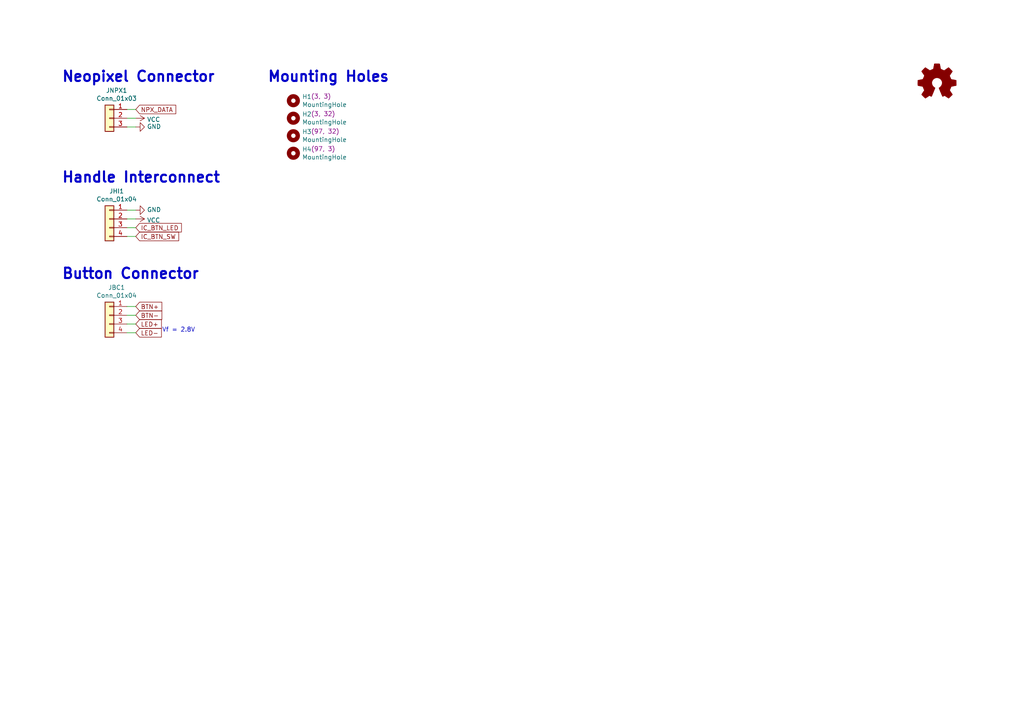
<source format=kicad_sch>
(kicad_sch (version 20230121) (generator eeschema)
  (paper "A4")
  (lib_symbols
    (symbol "Connector_Generic:Conn_01x03" (pin_names (offset 1.016) hide)
      (property "Reference" "J" (at 0 5.08 0))
      (property "Value" "Conn_01x03" (at 0 -5.08 0))
      (symbol "Conn_01x03_1_1"
        (rectangle (start -1.27 -2.413) (end 0 -2.667) (stroke (width 0.1524)))
        (rectangle (start -1.27 0.127) (end 0 -0.127) (stroke (width 0.1524)))
        (rectangle (start -1.27 2.667) (end 0 2.413) (stroke (width 0.1524)))
        (rectangle (start -1.27 3.81) (end 1.27 -3.81) (stroke (width 0.254)) (fill (type background)))
        (pin passive line (at -5.08 2.54 0) (length 3.81) (name "Pin_1") (number "1"))
        (pin passive line (at -5.08 0 0) (length 3.81) (name "Pin_2") (number "2"))
        (pin passive line (at -5.08 -2.54 0) (length 3.81) (name "Pin_3") (number "3"))
      )
    )
    (symbol "Connector_Generic:Conn_01x04" (pin_names (offset 1.016) hide)
      (property "Reference" "J" (at 0 5.08 0))
      (property "Value" "Conn_01x04" (at 0 -7.62 0))
      (symbol "Conn_01x04_1_1"
        (rectangle (start -1.27 -4.953) (end 0 -5.207) (stroke (width 0.1524)))
        (rectangle (start -1.27 -2.413) (end 0 -2.667) (stroke (width 0.1524)))
        (rectangle (start -1.27 0.127) (end 0 -0.127) (stroke (width 0.1524)))
        (rectangle (start -1.27 2.667) (end 0 2.413) (stroke (width 0.1524)))
        (rectangle (start -1.27 3.81) (end 1.27 -6.35) (stroke (width 0.254)) (fill (type background)))
        (pin passive line (at -5.08 2.54 0) (length 3.81) (name "Pin_1") (number "1"))
        (pin passive line (at -5.08 0 0) (length 3.81) (name "Pin_2") (number "2"))
        (pin passive line (at -5.08 -2.54 0) (length 3.81) (name "Pin_3") (number "3"))
        (pin passive line (at -5.08 -5.08 0) (length 3.81) (name "Pin_4") (number "4"))
      )
    )
    (symbol "Graphic:Logo_Open_Hardware_Small" (in_bom no) (on_board no)
      (symbol "Logo_Open_Hardware_Small_0_1"
        (polyline (pts (xy 3.3528 -4.3434) (xy 3.302 -4.318) (xy 3.175 -4.2418) (xy 2.9972 -4.1148) (xy 2.7686 -3.9624) (xy 2.54 -3.81) (xy 2.3622 -3.7084) (xy 2.2352 -3.6068) (xy 2.1844 -3.5814) (xy 2.159 -3.6068) (xy 2.0574 -3.6576) (xy 1.905 -3.7338) (xy 1.8034 -3.7846) (xy 1.6764 -3.8354) (xy 1.6002 -3.8354) (xy 1.6002 -3.8354) (xy 1.5494 -3.7338) (xy 1.4732 -3.5306) (xy 1.3462 -3.302) (xy 1.2446 -3.0226) (xy 1.1176 -2.7178) (xy 0.9652 -2.413) (xy 0.8636 -2.1082) (xy 0.7366 -1.8288) (xy 0.6604 -1.6256) (xy 0.6096 -1.4732) (xy 0.5842 -1.397) (xy 0.5842 -1.397) (xy 0.6604 -1.3208) (xy 0.7874 -1.2446) (xy 1.0414 -1.016) (xy 1.2954 -0.6858) (xy 1.4478 -0.3302) (xy 1.524 0.0762) (xy 1.4732 0.4572) (xy 1.3208 0.8128) (xy 1.0668 1.143) (xy 0.762 1.3716) (xy 0.4064 1.524) (xy 0 1.5748) (xy -0.381 1.5494) (xy -0.7366 1.397) (xy -1.0668 1.143) (xy -1.2192 0.9906) (xy -1.397 0.6604) (xy -1.524 0.3048) (xy -1.524 0.2286) (xy -1.4986 -0.1778) (xy -1.397 -0.5334) (xy -1.1938 -0.8636) (xy -0.9144 -1.143) (xy -0.8636 -1.1684) (xy -0.7366 -1.27) (xy -0.635 -1.3462) (xy -0.5842 -1.397) (xy -1.0668 -2.5908) (xy -1.143 -2.794) (xy -1.2954 -3.1242) (xy -1.397 -3.4036) (xy -1.4986 -3.6322) (xy -1.5748 -3.7846) (xy -1.6002 -3.8354) (xy -1.6002 -3.8354) (xy -1.651 -3.8354) (xy -1.7272 -3.81) (xy -1.905 -3.7338) (xy -2.0066 -3.683) (xy -2.1336 -3.6068) (xy -2.2098 -3.5814) (xy -2.2606 -3.6068) (xy -2.3622 -3.683) (xy -2.54 -3.81) (xy -2.7686 -3.9624) (xy -2.9718 -4.0894) (xy -3.1496 -4.2164) (xy -3.302 -4.318) (xy -3.3528 -4.3434) (xy -3.3782 -4.3434) (xy -3.429 -4.318) (xy -3.5306 -4.2164) (xy -3.7084 -4.064) (xy -3.937 -3.8354) (xy -3.9624 -3.81) (xy -4.1656 -3.6068) (xy -4.318 -3.4544) (xy -4.4196 -3.3274) (xy -4.445 -3.2766) (xy -4.445 -3.2766) (xy -4.4196 -3.2258) (xy -4.318 -3.0734) (xy -4.2164 -2.8956) (xy -4.064 -2.667) (xy -3.6576 -2.0828) (xy -3.8862 -1.5494) (xy -3.937 -1.3716) (xy -4.0386 -1.1684) (xy -4.0894 -1.0414) (xy -4.1148 -0.9652) (xy -4.191 -0.9398) (xy -4.318 -0.9144) (xy -4.5466 -0.8636) (xy -4.8006 -0.8128) (xy -5.0546 -0.7874) (xy -5.2578 -0.7366) (xy -5.4356 -0.7112) (xy -5.5118 -0.6858) (xy -5.5118 -0.6858) (xy -5.5372 -0.635) (xy -5.5372 -0.5588) (xy -5.5372 -0.4318) (xy -5.5626 -0.2286) (xy -5.5626 0.0762) (xy -5.5626 0.127) (xy -5.5372 0.4064) (xy -5.5372 0.635) (xy -5.5372 0.762) (xy -5.5372 0.8382) (xy -5.5372 0.8382) (xy -5.461 0.8382) (xy -5.3086 0.889) (xy -5.08 0.9144) (xy -4.826 0.9652) (xy -4.8006 0.9906) (xy -4.5466 1.0414) (xy -4.318 1.0668) (xy -4.1656 1.1176) (xy -4.0894 1.143) (xy -4.0894 1.143) (xy -4.0386 1.2446) (xy -3.9624 1.4224) (xy -3.8608 1.6256) (xy -3.7846 1.8288) (xy -3.7084 2.0066) (xy -3.6576 2.159) (xy -3.6322 2.2098) (xy -3.6322 2.2098) (xy -3.683 2.286) (xy -3.7592 2.413) (xy -3.8862 2.5908) (xy -4.064 2.8194) (xy -4.064 2.8448) (xy -4.2164 3.0734) (xy -4.3434 3.2512) (xy -4.4196 3.3782) (xy -4.445 3.4544) (xy -4.445 3.4544) (xy -4.3942 3.5052) (xy -4.2926 3.6322) (xy -4.1148 3.81) (xy -3.937 4.0132) (xy -3.8608 4.064) (xy -3.6576 4.2926) (xy -3.5052 4.4196) (xy -3.4036 4.4958) (xy -3.3528 4.5212) (xy -3.3528 4.5212) (xy -3.302 4.4704) (xy -3.1496 4.3688) (xy -2.9718 4.2418) (xy -2.7432 4.0894) (xy -2.7178 4.0894) (xy -2.4892 3.937) (xy -2.3114 3.81) (xy -2.1844 3.7084) (xy -2.1336 3.683) (xy -2.1082 3.683) (xy -2.032 3.7084) (xy -1.8542 3.7592) (xy -1.6764 3.8354) (xy -1.4732 3.937) (xy -1.27 4.0132) (xy -1.143 4.064) (xy -1.0668 4.1148) (xy -1.0668 4.1148) (xy -1.0414 4.191) (xy -1.016 4.3434) (xy -0.9652 4.572) (xy -0.9144 4.8514) (xy -0.889 4.9022) (xy -0.8382 5.1562) (xy -0.8128 5.3848) (xy -0.7874 5.5372) (xy -0.762 5.588) (xy -0.7112 5.6134) (xy -0.5842 5.6134) (xy -0.4064 5.6134) (xy -0.1524 5.6134) (xy 0.0762 5.6134) (xy 0.3302 5.6134) (xy 0.5334 5.6134) (xy 0.6858 5.588) (xy 0.7366 5.588) (xy 0.7366 5.588) (xy 0.762 5.5118) (xy 0.8128 5.334) (xy 0.8382 5.1054) (xy 0.9144 4.826) (xy 0.9144 4.7752) (xy 0.9652 4.5212) (xy 1.016 4.2926) (xy 1.0414 4.1402) (xy 1.0668 4.0894) (xy 1.0668 4.0894) (xy 1.1938 4.0386) (xy 1.3716 3.9624) (xy 1.5748 3.8608) (xy 2.0828 3.6576) (xy 2.7178 4.0894) (xy 2.7686 4.1402) (xy 2.9972 4.2926) (xy 3.175 4.4196) (xy 3.302 4.4958) (xy 3.3782 4.5212) (xy 3.3782 4.5212) (xy 3.429 4.4704) (xy 3.556 4.3434) (xy 3.7338 4.191) (xy 3.9116 3.9878) (xy 4.064 3.8354) (xy 4.2418 3.6576) (xy 4.3434 3.556) (xy 4.4196 3.4798) (xy 4.4196 3.429) (xy 4.4196 3.4036) (xy 4.3942 3.3274) (xy 4.2926 3.2004) (xy 4.1656 2.9972) (xy 4.0132 2.794) (xy 3.8862 2.5908) (xy 3.7592 2.3876) (xy 3.6576 2.2352) (xy 3.6322 2.159) (xy 3.6322 2.1336) (xy 3.683 2.0066) (xy 3.7592 1.8288) (xy 3.8608 1.6002) (xy 4.064 1.1176) (xy 4.3942 1.0414) (xy 4.5974 1.016) (xy 4.8768 0.9652) (xy 5.1308 0.9144) (xy 5.5372 0.8382) (xy 5.5626 -0.6604) (xy 5.4864 -0.6858) (xy 5.4356 -0.6858) (xy 5.2832 -0.7366) (xy 5.0546 -0.762) (xy 4.8006 -0.8128) (xy 4.5974 -0.8636) (xy 4.3688 -0.9144) (xy 4.2164 -0.9398) (xy 4.1402 -0.9398) (xy 4.1148 -0.9652) (xy 4.064 -1.0668) (xy 3.9878 -1.2446) (xy 3.9116 -1.4478) (xy 3.81 -1.651) (xy 3.7338 -1.8542) (xy 3.683 -2.0066) (xy 3.6576 -2.0828) (xy 3.683 -2.1336) (xy 3.7846 -2.2606) (xy 3.8862 -2.4638) (xy 4.0386 -2.667) (xy 4.191 -2.8956) (xy 4.318 -3.0734) (xy 4.3942 -3.2004) (xy 4.445 -3.2766) (xy 4.4196 -3.3274) (xy 4.3434 -3.429) (xy 4.1656 -3.5814) (xy 3.937 -3.8354) (xy 3.8862 -3.8608) (xy 3.683 -4.064) (xy 3.5306 -4.2164) (xy 3.4036 -4.318) (xy 3.3528 -4.3434)) (fill (type outline)))
      )
    )
    (symbol "Mechanical:MountingHole" (pin_names (offset 1.016))
      (property "Reference" "H" (at 0 5.08 0))
      (property "Value" "MountingHole" (at 0 3.175 0))
      (symbol "MountingHole_0_1"
        (circle (center 0 0) (radius 1.27) (stroke (width 1.27)))
      )
    )
    (symbol "power:GND" (power) (pin_names (offset 0))
      (property "Value" "GND" (at 0 -3.81 0))
      (symbol "GND_0_1"
        (polyline (pts (xy 0 0) (xy 0 -1.27) (xy 1.27 -1.27) (xy 0 -2.54) (xy -1.27 -1.27) (xy 0 -1.27)))
      )
      (symbol "GND_1_1"
        (pin power_in line (at 0 0 270) (length 0) hide (name "GND") (number "1"))
      )
    )
    (symbol "power:VCC" (power) (pin_names (offset 0))
      (property "Value" "VCC" (at 0 3.81 0))
      (symbol "VCC_0_1"
        (polyline (pts (xy -0.762 1.27) (xy 0 2.54)))
        (polyline (pts (xy 0 0) (xy 0 2.54)))
        (polyline (pts (xy 0 2.54) (xy 0.762 1.27)))
      )
      (symbol "VCC_1_1"
        (pin power_in line (at 0 0 90) (length 0) hide (name "VCC") (number "1"))
      )
    )
  )
  (wire (pts (xy 36.83 91.44) (xy 39.37 91.44)))
  (wire (pts (xy 39.37 68.58) (xy 36.83 68.58)))
  (wire (pts (xy 39.37 63.5) (xy 36.83 63.5)))
  (wire (pts (xy 36.83 93.98) (xy 39.37 93.98)))
  (wire (pts (xy 39.37 88.9) (xy 36.83 88.9)))
  (wire (pts (xy 39.37 34.29) (xy 36.83 34.29)))
  (wire (pts (xy 36.83 60.96) (xy 39.37 60.96)))
  (wire (pts (xy 39.37 36.83) (xy 36.83 36.83)))
  (wire (pts (xy 36.83 96.52) (xy 39.37 96.52)))
  (wire (pts (xy 39.37 31.75) (xy 36.83 31.75)))
  (wire (pts (xy 39.37 66.04) (xy 36.83 66.04)))
  (text "Neopixel Connector" (at 17.78 24.13 0) (effects (font (size 2.9972 2.9972) (thickness 0.5994) bold) (justify left bottom)))
  (text "Handle Interconnect" (at 17.78 53.34 0) (effects (font (size 2.9972 2.9972) (thickness 0.5994) bold) (justify left bottom)))
  (text "Vf = 2.8V" (at 46.99 96.52 0) (effects (font (size 1.27 1.27)) (justify left bottom)))
  (text "Button Connector" (at 17.78 81.28 0) (effects (font (size 2.9972 2.9972) (thickness 0.5994) bold) (justify left bottom)))
  (text "Mounting Holes" (at 77.47 24.13 0) (effects (font (size 2.9972 2.9972) (thickness 0.5994) bold) (justify left bottom)))
  (global_label "LED+" (shape input) (at 39.37 93.98 0) (property "Intersheetrefs" "${INTERSHEET_REFS}" (effects hide)))
  (global_label "BTN+" (shape input) (at 39.37 88.9 0) (property "Intersheetrefs" "${INTERSHEET_REFS}" (effects hide)))
  (global_label "IC_BTN_SW" (shape input) (at 39.37 68.58 0) (property "Intersheetrefs" "${INTERSHEET_REFS}" (effects hide)))
  (global_label "IC_BTN_LED" (shape input) (at 39.37 66.04 0) (property "Intersheetrefs" "${INTERSHEET_REFS}" (effects hide)))
  (global_label "LED-" (shape input) (at 39.37 96.52 0) (property "Intersheetrefs" "${INTERSHEET_REFS}" (effects hide)))
  (global_label "BTN-" (shape input) (at 39.37 91.44 0) (property "Intersheetrefs" "${INTERSHEET_REFS}" (effects hide)))
  (global_label "NPX_DATA" (shape input) (at 39.37 31.75 0) (property "Intersheetrefs" "${INTERSHEET_REFS}" (effects hide)))
  (symbol (lib_id "Graphic:Logo_Open_Hardware_Small") (at 271.78 24.13 0) (unit 1)
    (property "Reference" "LOGO1" (effects hide))
    (property "Value" "Logo_Open_Hardware_Small" (effects hide))
    (property "Footprint" "Symbol:OSHW-Logo_5.7x6mm_SilkScreen" (effects hide))
  )
  (symbol (lib_id "power:VCC") (at 39.37 34.29 270) (unit 1)
    (property "Reference" "#PWR039" (effects hide))
    (property "Value" "VCC" (at 42.6212 34.671 90) (effects (justify left)))
  )
  (symbol (lib_id "power:GND") (at 39.37 36.83 90) (unit 1)
    (property "Reference" "#PWR040" (effects hide))
    (property "Value" "GND" (at 42.6212 36.703 90) (effects (justify right)))
  )
  (symbol (lib_id "Connector_Generic:Conn_01x04") (at 31.75 63.5 0) (mirror y) (unit 1)
    (property "Reference" "JHI1" (at 33.8328 55.4482 0))
    (property "Value" "Conn_01x04" (at 33.8328 57.7596 0))
    (property "Footprint" "Gigahawk:JST_SH_SM04B-SRSS-TB_1x04-1MP_P1.00mm_Horizontal" (effects hide))
    (property "Datasheet" "https://www.jst-mfg.com/product/pdf/eng/eSR.pdf" (effects hide))
    (property "Digikey" "SM04B-SRSS-TB" (effects hide))
  )
  (symbol (lib_id "Connector_Generic:Conn_01x03") (at 31.75 34.29 0) (mirror y) (unit 1)
    (property "Reference" "JNPX1" (at 33.8328 26.2382 0))
    (property "Value" "Conn_01x03" (at 33.8328 28.5496 0))
    (property "Footprint" "Gigahawk:JST_PH_S3B-PH-SM4-TB_1x03-1MP_P2.00mm_Horizontal" (effects hide))
    (property "Datasheet" "https://www.jst-mfg.com/product/pdf/eng/ePH.pdf" (effects hide))
    (property "Digikey" "455-1750-1-ND" (effects hide))
  )
  (symbol (lib_id "power:GND") (at 39.37 60.96 90) (unit 1)
    (property "Reference" "#PWR041" (effects hide))
    (property "Value" "GND" (at 42.6212 60.833 90) (effects (justify right)))
  )
  (symbol (lib_id "power:VCC") (at 39.37 63.5 270) (unit 1)
    (property "Reference" "#PWR042" (effects hide))
    (property "Value" "VCC" (at 42.6212 63.881 90) (effects (justify left)))
  )
  (symbol (lib_id "Connector_Generic:Conn_01x04") (at 31.75 91.44 0) (mirror y) (unit 1)
    (property "Reference" "JBC1" (at 33.8328 83.3882 0))
    (property "Value" "Conn_01x04" (at 33.8328 85.6996 0))
    (property "Footprint" "Gigahawk:JST_SH_SM04B-SRSS-TB_1x04-1MP_P1.00mm_Horizontal" (effects hide))
    (property "Datasheet" "https://www.jst-mfg.com/product/pdf/eng/eSR.pdf" (effects hide))
    (property "Digikey" "SM04B-SRSS-TB" (effects hide))
  )
  (symbol (lib_id "Mechanical:MountingHole") (at 85.09 29.21 0) (unit 1)
    (property "Reference" "H1" (at 87.63 28.0416 0) (effects (justify left)))
    (property "Value" "MountingHole" (at 87.63 30.353 0) (effects (justify left)))
    (property "Footprint" "MountingHole:MountingHole_2.7mm_M2.5" (effects hide))
    (property "Location" "(3, 3)" (at 90.17 27.94 0) (effects (justify left)))
  )
  (symbol (lib_id "Mechanical:MountingHole") (at 85.09 34.29 0) (unit 1)
    (property "Reference" "H2" (at 87.63 33.1216 0) (effects (justify left)))
    (property "Value" "MountingHole" (at 87.63 35.433 0) (effects (justify left)))
    (property "Footprint" "MountingHole:MountingHole_2.7mm_M2.5" (effects hide))
    (property "Location" "(3, 32)" (at 90.17 33.02 0) (effects (justify left)))
  )
  (symbol (lib_id "Mechanical:MountingHole") (at 85.09 39.37 0) (unit 1)
    (property "Reference" "H3" (at 87.63 38.2016 0) (effects (justify left)))
    (property "Value" "MountingHole" (at 87.63 40.513 0) (effects (justify left)))
    (property "Footprint" "MountingHole:MountingHole_2.7mm_M2.5" (effects hide))
    (property "Location" "(97, 32)" (at 90.17 38.1 0) (effects (justify left)))
  )
  (symbol (lib_id "Mechanical:MountingHole") (at 85.09 44.45 0) (unit 1)
    (property "Reference" "H4" (at 87.63 43.2816 0) (effects (justify left)))
    (property "Value" "MountingHole" (at 87.63 45.593 0) (effects (justify left)))
    (property "Footprint" "MountingHole:MountingHole_2.7mm_M2.5" (effects hide))
    (property "Location" "(97, 3)" (at 90.17 43.18 0) (effects (justify left)))
  )
)
</source>
